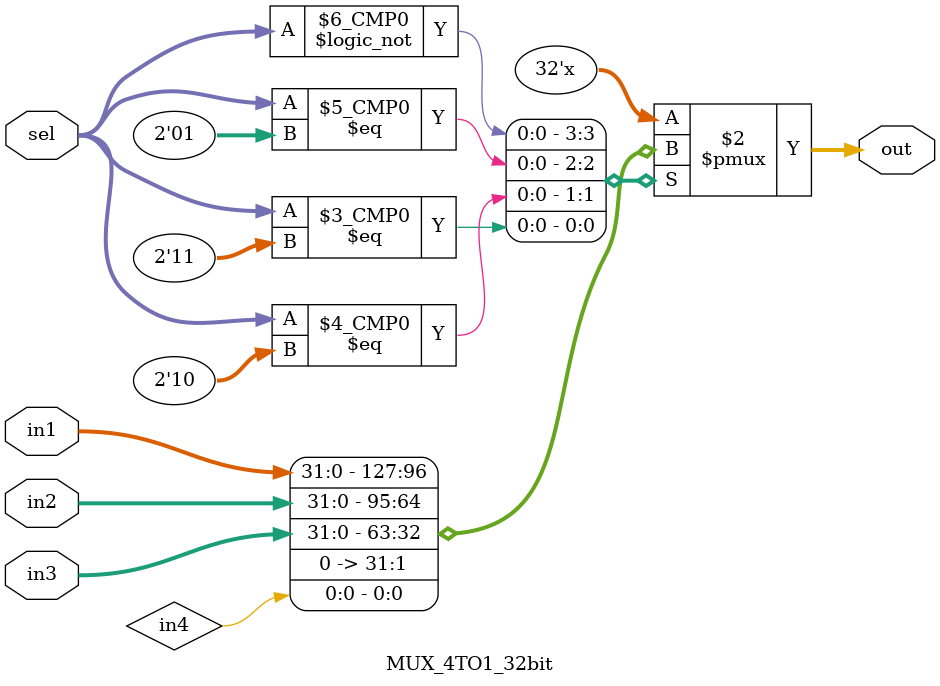
<source format=v>
module MUX_4TO1_32bit (
    out, in1, in2, in3, sel
);
    input [31: 0] in1, in2, in3;
    output [31: 0] out;
    input [1: 0] sel;

    always @ (*)
        case(sel)
            2'b00: out <= in1;
            2'b01: out <= in2;
            2'b10: out <= in3;
            2'b11: out <= in4;
            default: out <= 32'hxxxxxxxx;
        endcase

endmodule
</source>
